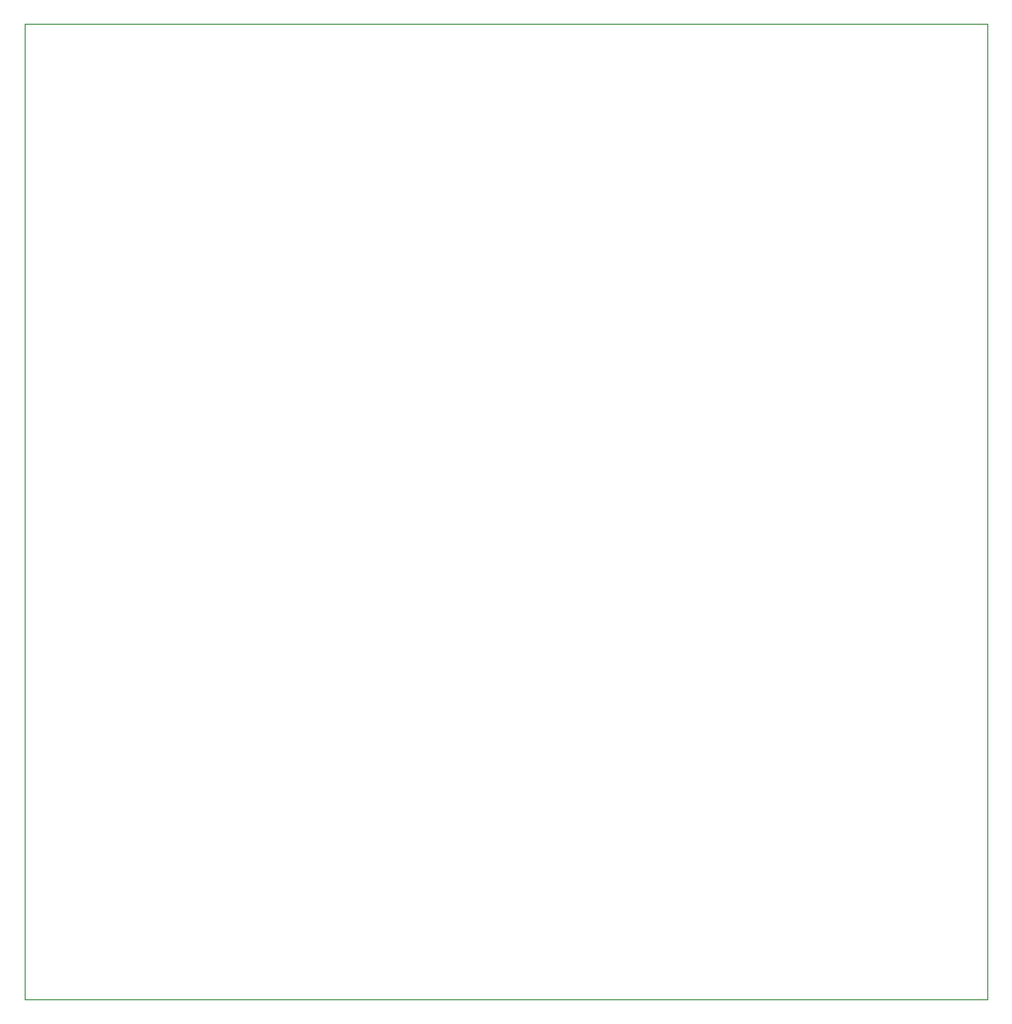
<source format=gbr>
%TF.GenerationSoftware,KiCad,Pcbnew,8.0.8*%
%TF.CreationDate,2025-02-15T23:13:22-05:00*%
%TF.ProjectId,Hackpad,4861636b-7061-4642-9e6b-696361645f70,rev?*%
%TF.SameCoordinates,Original*%
%TF.FileFunction,Profile,NP*%
%FSLAX46Y46*%
G04 Gerber Fmt 4.6, Leading zero omitted, Abs format (unit mm)*
G04 Created by KiCad (PCBNEW 8.0.8) date 2025-02-15 23:13:22*
%MOMM*%
%LPD*%
G01*
G04 APERTURE LIST*
%TA.AperFunction,Profile*%
%ADD10C,0.050000*%
%TD*%
G04 APERTURE END LIST*
D10*
X69000000Y-90250000D02*
X155000000Y-90250000D01*
X155000000Y-177250000D01*
X69000000Y-177250000D01*
X69000000Y-90250000D01*
M02*

</source>
